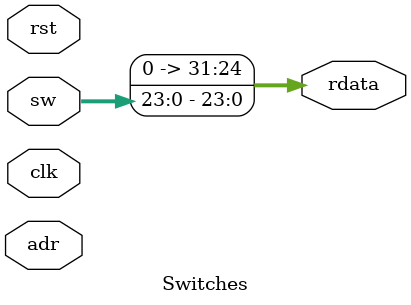
<source format=v>
`timescale 1ns / 1ps

`include "defines.vh"

module Switches(
    input wire rst, // ÖØÒª£¬²»¼ÓrstºÍclkÐÅºÅ»áµ¼ÖÂopt_design fail
    input wire clk,
    input wire [11: 0] adr,
    input wire [23: 0] sw,
    output wire [31: 0] rdata
);

assign rdata = {8'h0, sw[23: 0]};

endmodule
</source>
